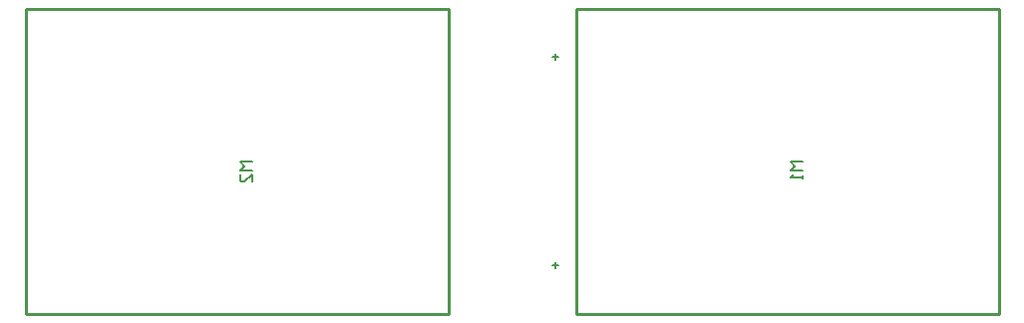
<source format=gbr>
G04 start of page 10 for group -4078 idx -4078 *
G04 Title: (unknown), bottomsilk *
G04 Creator: pcb 20140316 *
G04 CreationDate: Mon 21 Nov 2016 03:27:11 AM GMT UTC *
G04 For: ndholmes *
G04 Format: Gerber/RS-274X *
G04 PCB-Dimensions (mil): 3500.00 1750.00 *
G04 PCB-Coordinate-Origin: lower left *
%MOIN*%
%FSLAX25Y25*%
%LNBOTTOMSILK*%
%ADD91C,0.0100*%
%ADD90C,0.0080*%
G54D90*X189500Y52500D02*X191500D01*
X190500Y51500D02*Y53500D01*
X189500Y122000D02*X191500D01*
X190500Y121000D02*Y123000D01*
G54D91*X13400Y137900D02*X154600D01*
X13400Y36100D02*X154600D01*
Y137900D02*Y36100D01*
X13400Y137900D02*Y36100D01*
X197400Y137900D02*X338600D01*
X197400Y36100D02*X338600D01*
Y137900D02*Y36100D01*
X197400Y137900D02*Y36100D01*
G54D90*X85000Y87000D02*X89000D01*
X85000D02*X86500Y85500D01*
X85000Y84000D01*
X89000D01*
X85500Y82800D02*X85000Y82300D01*
Y80800D02*Y82300D01*
Y80800D02*X85500Y80300D01*
X86500D01*
X89000Y82800D02*X86500Y80300D01*
X89000D02*Y82800D01*
X269000Y87000D02*X273000D01*
X269000D02*X270500Y85500D01*
X269000Y84000D01*
X273000D01*
Y81300D02*Y82300D01*
X269000Y81800D02*X273000D01*
X270000Y82800D02*X269000Y81800D01*
M02*

</source>
